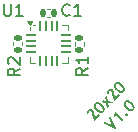
<source format=gbr>
%TF.GenerationSoftware,KiCad,Pcbnew,8.0.2*%
%TF.CreationDate,2024-07-18T23:51:49-05:00*%
%TF.ProjectId,MT6701,4d543637-3031-42e6-9b69-6361645f7063,rev?*%
%TF.SameCoordinates,Original*%
%TF.FileFunction,Legend,Top*%
%TF.FilePolarity,Positive*%
%FSLAX46Y46*%
G04 Gerber Fmt 4.6, Leading zero omitted, Abs format (unit mm)*
G04 Created by KiCad (PCBNEW 8.0.2) date 2024-07-18 23:51:49*
%MOMM*%
%LPD*%
G01*
G04 APERTURE LIST*
G04 Aperture macros list*
%AMRoundRect*
0 Rectangle with rounded corners*
0 $1 Rounding radius*
0 $2 $3 $4 $5 $6 $7 $8 $9 X,Y pos of 4 corners*
0 Add a 4 corners polygon primitive as box body*
4,1,4,$2,$3,$4,$5,$6,$7,$8,$9,$2,$3,0*
0 Add four circle primitives for the rounded corners*
1,1,$1+$1,$2,$3*
1,1,$1+$1,$4,$5*
1,1,$1+$1,$6,$7*
1,1,$1+$1,$8,$9*
0 Add four rect primitives between the rounded corners*
20,1,$1+$1,$2,$3,$4,$5,0*
20,1,$1+$1,$4,$5,$6,$7,0*
20,1,$1+$1,$6,$7,$8,$9,0*
20,1,$1+$1,$8,$9,$2,$3,0*%
G04 Aperture macros list end*
%ADD10C,0.050000*%
%ADD11C,0.150000*%
%ADD12C,0.120000*%
%ADD13O,7.000000X4.000000*%
%ADD14O,4.000000X7.000000*%
%ADD15RoundRect,0.062500X-0.350000X-0.062500X0.350000X-0.062500X0.350000X0.062500X-0.350000X0.062500X0*%
%ADD16RoundRect,0.062500X-0.062500X-0.350000X0.062500X-0.350000X0.062500X0.350000X-0.062500X0.350000X0*%
%ADD17R,1.700000X1.700000*%
%ADD18RoundRect,0.135000X-0.185000X0.135000X-0.185000X-0.135000X0.185000X-0.135000X0.185000X0.135000X0*%
%ADD19RoundRect,0.140000X0.140000X0.170000X-0.140000X0.170000X-0.140000X-0.170000X0.140000X-0.170000X0*%
G04 APERTURE END LIST*
D10*
G36*
X153842357Y-156556601D02*
G01*
X153805053Y-156519296D01*
X153701256Y-155964738D01*
X153690628Y-155915201D01*
X153675602Y-155862192D01*
X153658099Y-155816201D01*
X153634549Y-155771415D01*
X153603505Y-155731931D01*
X153562930Y-155703445D01*
X153509084Y-155698712D01*
X153463506Y-155719626D01*
X153427863Y-155749719D01*
X153397629Y-155789668D01*
X153380671Y-155835770D01*
X153376990Y-155888024D01*
X153384661Y-155938794D01*
X153386586Y-155946431D01*
X153234605Y-155964393D01*
X153223025Y-155915661D01*
X153220452Y-155864668D01*
X153226884Y-155811416D01*
X153229251Y-155800495D01*
X153244294Y-155752726D01*
X153266495Y-155708509D01*
X153295855Y-155667844D01*
X153315259Y-155646787D01*
X153356322Y-155609209D01*
X153397518Y-155578468D01*
X153445749Y-155551244D01*
X153494163Y-155533326D01*
X153535804Y-155525374D01*
X153589958Y-155525580D01*
X153641198Y-155538284D01*
X153689523Y-155563488D01*
X153729417Y-155595796D01*
X153734934Y-155601192D01*
X153768337Y-155642165D01*
X153793850Y-155686217D01*
X153816485Y-155738515D01*
X153833150Y-155788395D01*
X153847815Y-155844000D01*
X153855655Y-155880112D01*
X153928192Y-156244176D01*
X154195368Y-155977000D01*
X154308663Y-156090295D01*
X153842357Y-156556601D01*
G37*
G36*
X154183204Y-154937085D02*
G01*
X154240557Y-154949359D01*
X154299878Y-154972325D01*
X154361165Y-155005983D01*
X154403116Y-155034363D01*
X154445942Y-155067494D01*
X154489642Y-155105377D01*
X154534216Y-155148012D01*
X154574246Y-155190136D01*
X154610056Y-155232228D01*
X154641645Y-155274287D01*
X154669013Y-155316314D01*
X154697289Y-155368802D01*
X154718970Y-155421240D01*
X154734056Y-155473627D01*
X154736282Y-155484098D01*
X154742933Y-155535261D01*
X154742054Y-155584156D01*
X154731058Y-155639835D01*
X154709218Y-155692248D01*
X154682734Y-155733430D01*
X154648720Y-155772344D01*
X154607428Y-155809116D01*
X154564938Y-155838046D01*
X154512369Y-155862410D01*
X154458076Y-155875480D01*
X154402059Y-155877257D01*
X154363756Y-155872168D01*
X154314256Y-155858491D01*
X154262581Y-155836567D01*
X154219675Y-155813090D01*
X154175376Y-155784335D01*
X154129684Y-155750301D01*
X154082600Y-155710989D01*
X154046373Y-155678041D01*
X154009363Y-155642124D01*
X153974955Y-155605491D01*
X153937051Y-155558554D01*
X153904823Y-155510344D01*
X153878270Y-155460861D01*
X153857393Y-155410104D01*
X153842191Y-155358074D01*
X153835794Y-155326245D01*
X153830390Y-155274033D01*
X153831901Y-155232694D01*
X153982915Y-155232694D01*
X153989252Y-155287706D01*
X154007649Y-155336057D01*
X154037893Y-155388267D01*
X154068350Y-155429957D01*
X154105471Y-155473817D01*
X154149255Y-155519848D01*
X154192152Y-155561396D01*
X154232764Y-155597960D01*
X154271091Y-155629541D01*
X154314067Y-155660858D01*
X154360045Y-155688325D01*
X154384308Y-155699635D01*
X154434876Y-155713184D01*
X154485487Y-155709203D01*
X154530228Y-155685186D01*
X154542506Y-155674074D01*
X154573636Y-155633464D01*
X154589638Y-155584688D01*
X154586076Y-155532066D01*
X154581192Y-155515530D01*
X154558147Y-155466946D01*
X154530790Y-155425223D01*
X154494799Y-155378971D01*
X154458211Y-155336968D01*
X154424624Y-155301100D01*
X154396915Y-155272879D01*
X154353757Y-155231087D01*
X154313551Y-155194979D01*
X154269199Y-155159152D01*
X154222827Y-155127698D01*
X154176915Y-155105392D01*
X154171707Y-155103627D01*
X154122057Y-155095899D01*
X154071689Y-155107697D01*
X154029761Y-155136874D01*
X154025771Y-155140759D01*
X153995087Y-155183712D01*
X153982915Y-155232694D01*
X153831901Y-155232694D01*
X153832205Y-155224369D01*
X153843911Y-155168133D01*
X153866012Y-155115564D01*
X153898508Y-155066663D01*
X153925947Y-155036099D01*
X153973464Y-154994912D01*
X154022948Y-154964417D01*
X154074399Y-154944614D01*
X154127818Y-154935503D01*
X154183204Y-154937085D01*
G37*
G36*
X155326072Y-155072885D02*
G01*
X155023146Y-155037308D01*
X155072540Y-155326417D01*
X154928676Y-155470281D01*
X154862530Y-155004839D01*
X154425239Y-154934721D01*
X154564613Y-154795347D01*
X154832997Y-154844050D01*
X154796729Y-154563231D01*
X154935239Y-154424721D01*
X154989296Y-154878073D01*
X155473218Y-154925740D01*
X155326072Y-155072885D01*
G37*
G36*
X155547999Y-154850958D02*
G01*
X155510695Y-154813654D01*
X155406899Y-154259096D01*
X155396270Y-154209559D01*
X155381244Y-154156549D01*
X155363742Y-154110558D01*
X155340191Y-154065773D01*
X155309147Y-154026288D01*
X155268572Y-153997803D01*
X155214726Y-153993070D01*
X155169148Y-154013984D01*
X155133505Y-154044077D01*
X155103271Y-154084026D01*
X155086313Y-154130128D01*
X155082633Y-154182382D01*
X155090303Y-154233152D01*
X155092229Y-154240789D01*
X154940248Y-154258750D01*
X154928668Y-154210018D01*
X154926094Y-154159026D01*
X154932526Y-154105774D01*
X154934894Y-154094853D01*
X154949936Y-154047084D01*
X154972137Y-154002867D01*
X155001497Y-153962201D01*
X155020901Y-153941144D01*
X155061964Y-153903567D01*
X155103160Y-153872826D01*
X155151392Y-153845602D01*
X155199805Y-153827684D01*
X155241446Y-153819732D01*
X155295600Y-153819937D01*
X155346840Y-153832642D01*
X155395165Y-153857846D01*
X155435059Y-153890154D01*
X155440576Y-153895550D01*
X155473979Y-153936523D01*
X155499492Y-153980575D01*
X155522128Y-154032873D01*
X155538792Y-154082752D01*
X155553457Y-154138358D01*
X155561298Y-154174470D01*
X155633834Y-154538534D01*
X155901010Y-154271358D01*
X156014305Y-154384653D01*
X155547999Y-154850958D01*
G37*
G36*
X155888846Y-153231443D02*
G01*
X155946199Y-153243717D01*
X156005520Y-153266683D01*
X156066807Y-153300341D01*
X156108759Y-153328720D01*
X156151584Y-153361851D01*
X156195284Y-153399735D01*
X156239859Y-153442370D01*
X156279888Y-153484494D01*
X156315698Y-153526586D01*
X156347287Y-153568645D01*
X156374655Y-153610672D01*
X156402931Y-153663160D01*
X156424612Y-153715597D01*
X156439698Y-153767984D01*
X156441924Y-153778456D01*
X156448575Y-153829619D01*
X156447696Y-153878514D01*
X156436700Y-153934193D01*
X156414860Y-153986606D01*
X156388377Y-154027788D01*
X156354362Y-154066702D01*
X156313070Y-154103474D01*
X156270580Y-154132404D01*
X156218011Y-154156768D01*
X156163718Y-154169838D01*
X156107701Y-154171615D01*
X156069398Y-154166525D01*
X156019898Y-154152849D01*
X155968223Y-154130925D01*
X155925317Y-154107448D01*
X155881018Y-154078692D01*
X155835326Y-154044659D01*
X155788242Y-154005346D01*
X155752016Y-153972398D01*
X155715006Y-153936481D01*
X155680597Y-153899849D01*
X155642693Y-153852912D01*
X155610465Y-153804702D01*
X155583913Y-153755219D01*
X155563035Y-153704462D01*
X155547833Y-153652432D01*
X155541436Y-153620603D01*
X155536033Y-153568391D01*
X155537543Y-153527052D01*
X155688557Y-153527052D01*
X155694894Y-153582064D01*
X155713291Y-153630415D01*
X155743535Y-153682625D01*
X155773992Y-153724314D01*
X155811113Y-153768175D01*
X155854897Y-153814206D01*
X155897795Y-153855754D01*
X155938407Y-153892318D01*
X155976733Y-153923898D01*
X156019709Y-153955216D01*
X156065687Y-153982683D01*
X156089950Y-153993992D01*
X156140518Y-154007541D01*
X156191129Y-154003561D01*
X156235870Y-153979544D01*
X156248148Y-153968432D01*
X156279278Y-153927821D01*
X156295280Y-153879046D01*
X156291718Y-153826424D01*
X156286834Y-153809888D01*
X156263789Y-153761304D01*
X156236432Y-153719581D01*
X156200441Y-153673329D01*
X156163853Y-153631326D01*
X156130266Y-153595458D01*
X156102557Y-153567236D01*
X156059400Y-153525445D01*
X156019193Y-153489337D01*
X155974842Y-153453510D01*
X155928470Y-153422056D01*
X155882557Y-153399750D01*
X155877349Y-153397985D01*
X155827700Y-153390257D01*
X155777332Y-153402054D01*
X155735403Y-153431232D01*
X155731413Y-153435117D01*
X155700730Y-153478069D01*
X155688557Y-153527052D01*
X155537543Y-153527052D01*
X155537847Y-153518726D01*
X155549554Y-153462490D01*
X155571654Y-153409922D01*
X155604150Y-153361020D01*
X155631589Y-153330457D01*
X155679106Y-153289270D01*
X155728590Y-153258774D01*
X155780042Y-153238972D01*
X155833460Y-153229861D01*
X155888846Y-153231443D01*
G37*
G36*
X155667926Y-157129016D02*
G01*
X155598326Y-157198616D01*
X154613730Y-156746300D01*
X154752585Y-156607444D01*
X155395396Y-156920733D01*
X155091262Y-156268768D01*
X155227181Y-156132849D01*
X155667926Y-157129016D01*
G37*
G36*
X156209877Y-156564959D02*
G01*
X155703158Y-156058240D01*
X155644956Y-156289493D01*
X155523544Y-156168081D01*
X155540229Y-156116898D01*
X155554102Y-156066541D01*
X155565163Y-156017009D01*
X155573413Y-155968304D01*
X155579770Y-155908583D01*
X155581734Y-155850152D01*
X155579305Y-155793011D01*
X155578292Y-155781738D01*
X155628895Y-155731135D01*
X156336297Y-156438538D01*
X156209877Y-156564959D01*
G37*
G36*
X156532491Y-156112124D02*
G01*
X156504290Y-156069495D01*
X156496568Y-156025081D01*
X156506988Y-155975042D01*
X156533182Y-155937691D01*
X156575946Y-155909258D01*
X156620398Y-155901251D01*
X156670253Y-155911217D01*
X156707442Y-155937173D01*
X156735606Y-155979765D01*
X156743538Y-156024390D01*
X156733388Y-156074428D01*
X156707269Y-156111779D01*
X156664408Y-156140213D01*
X156619708Y-156148220D01*
X156569632Y-156138033D01*
X156532491Y-156112124D01*
G37*
G36*
X156713067Y-154783100D02*
G01*
X156770420Y-154795374D01*
X156829741Y-154818340D01*
X156891028Y-154851998D01*
X156932980Y-154880377D01*
X156975805Y-154913508D01*
X157019505Y-154951392D01*
X157064080Y-154994027D01*
X157104110Y-155036151D01*
X157139919Y-155078243D01*
X157171508Y-155120302D01*
X157198876Y-155162329D01*
X157227152Y-155214817D01*
X157248833Y-155267254D01*
X157263919Y-155319641D01*
X157266145Y-155330113D01*
X157272796Y-155381276D01*
X157271917Y-155430171D01*
X157260921Y-155485850D01*
X157239081Y-155538263D01*
X157212598Y-155579445D01*
X157178583Y-155618358D01*
X157137291Y-155655131D01*
X157094801Y-155684061D01*
X157042232Y-155708425D01*
X156987939Y-155721495D01*
X156931922Y-155723272D01*
X156893619Y-155718182D01*
X156844120Y-155704506D01*
X156792444Y-155682582D01*
X156749538Y-155659105D01*
X156705239Y-155630349D01*
X156659547Y-155596316D01*
X156612463Y-155557003D01*
X156576237Y-155524055D01*
X156539227Y-155488138D01*
X156504818Y-155451506D01*
X156466914Y-155404569D01*
X156434686Y-155356359D01*
X156408134Y-155306876D01*
X156387256Y-155256119D01*
X156372054Y-155204089D01*
X156365657Y-155172259D01*
X156360254Y-155120048D01*
X156361764Y-155078709D01*
X156512778Y-155078709D01*
X156519115Y-155133721D01*
X156537512Y-155182072D01*
X156567756Y-155234282D01*
X156598213Y-155275971D01*
X156635334Y-155319832D01*
X156679118Y-155365863D01*
X156722016Y-155407411D01*
X156762628Y-155443975D01*
X156800954Y-155475555D01*
X156843930Y-155506873D01*
X156889908Y-155534340D01*
X156914171Y-155545649D01*
X156964739Y-155559198D01*
X157015350Y-155555218D01*
X157060091Y-155531201D01*
X157072369Y-155520089D01*
X157103499Y-155479478D01*
X157119501Y-155430703D01*
X157115939Y-155378081D01*
X157111056Y-155361545D01*
X157088010Y-155312961D01*
X157060653Y-155271238D01*
X157024662Y-155224986D01*
X156988074Y-155182983D01*
X156954487Y-155147115D01*
X156926778Y-155118893D01*
X156883621Y-155077102D01*
X156843414Y-155040994D01*
X156799063Y-155005167D01*
X156752691Y-154973713D01*
X156706778Y-154951407D01*
X156701570Y-154949642D01*
X156651921Y-154941914D01*
X156601553Y-154953711D01*
X156559624Y-154982889D01*
X156555634Y-154986773D01*
X156524951Y-155029726D01*
X156512778Y-155078709D01*
X156361764Y-155078709D01*
X156362068Y-155070383D01*
X156373775Y-155014147D01*
X156395876Y-154961579D01*
X156428371Y-154912677D01*
X156455810Y-154882114D01*
X156503327Y-154840926D01*
X156552811Y-154810431D01*
X156604263Y-154790629D01*
X156657681Y-154781518D01*
X156713067Y-154783100D01*
G37*
D11*
X146238095Y-146654819D02*
X146238095Y-147464342D01*
X146238095Y-147464342D02*
X146285714Y-147559580D01*
X146285714Y-147559580D02*
X146333333Y-147607200D01*
X146333333Y-147607200D02*
X146428571Y-147654819D01*
X146428571Y-147654819D02*
X146619047Y-147654819D01*
X146619047Y-147654819D02*
X146714285Y-147607200D01*
X146714285Y-147607200D02*
X146761904Y-147559580D01*
X146761904Y-147559580D02*
X146809523Y-147464342D01*
X146809523Y-147464342D02*
X146809523Y-146654819D01*
X147809523Y-147654819D02*
X147238095Y-147654819D01*
X147523809Y-147654819D02*
X147523809Y-146654819D01*
X147523809Y-146654819D02*
X147428571Y-146797676D01*
X147428571Y-146797676D02*
X147333333Y-146892914D01*
X147333333Y-146892914D02*
X147238095Y-146940533D01*
X147554819Y-152116666D02*
X147078628Y-152449999D01*
X147554819Y-152688094D02*
X146554819Y-152688094D01*
X146554819Y-152688094D02*
X146554819Y-152307142D01*
X146554819Y-152307142D02*
X146602438Y-152211904D01*
X146602438Y-152211904D02*
X146650057Y-152164285D01*
X146650057Y-152164285D02*
X146745295Y-152116666D01*
X146745295Y-152116666D02*
X146888152Y-152116666D01*
X146888152Y-152116666D02*
X146983390Y-152164285D01*
X146983390Y-152164285D02*
X147031009Y-152211904D01*
X147031009Y-152211904D02*
X147078628Y-152307142D01*
X147078628Y-152307142D02*
X147078628Y-152688094D01*
X146650057Y-151735713D02*
X146602438Y-151688094D01*
X146602438Y-151688094D02*
X146554819Y-151592856D01*
X146554819Y-151592856D02*
X146554819Y-151354761D01*
X146554819Y-151354761D02*
X146602438Y-151259523D01*
X146602438Y-151259523D02*
X146650057Y-151211904D01*
X146650057Y-151211904D02*
X146745295Y-151164285D01*
X146745295Y-151164285D02*
X146840533Y-151164285D01*
X146840533Y-151164285D02*
X146983390Y-151211904D01*
X146983390Y-151211904D02*
X147554819Y-151783332D01*
X147554819Y-151783332D02*
X147554819Y-151164285D01*
X153304819Y-152066666D02*
X152828628Y-152399999D01*
X153304819Y-152638094D02*
X152304819Y-152638094D01*
X152304819Y-152638094D02*
X152304819Y-152257142D01*
X152304819Y-152257142D02*
X152352438Y-152161904D01*
X152352438Y-152161904D02*
X152400057Y-152114285D01*
X152400057Y-152114285D02*
X152495295Y-152066666D01*
X152495295Y-152066666D02*
X152638152Y-152066666D01*
X152638152Y-152066666D02*
X152733390Y-152114285D01*
X152733390Y-152114285D02*
X152781009Y-152161904D01*
X152781009Y-152161904D02*
X152828628Y-152257142D01*
X152828628Y-152257142D02*
X152828628Y-152638094D01*
X153304819Y-151114285D02*
X153304819Y-151685713D01*
X153304819Y-151399999D02*
X152304819Y-151399999D01*
X152304819Y-151399999D02*
X152447676Y-151495237D01*
X152447676Y-151495237D02*
X152542914Y-151590475D01*
X152542914Y-151590475D02*
X152590533Y-151685713D01*
X151783333Y-147559580D02*
X151735714Y-147607200D01*
X151735714Y-147607200D02*
X151592857Y-147654819D01*
X151592857Y-147654819D02*
X151497619Y-147654819D01*
X151497619Y-147654819D02*
X151354762Y-147607200D01*
X151354762Y-147607200D02*
X151259524Y-147511961D01*
X151259524Y-147511961D02*
X151211905Y-147416723D01*
X151211905Y-147416723D02*
X151164286Y-147226247D01*
X151164286Y-147226247D02*
X151164286Y-147083390D01*
X151164286Y-147083390D02*
X151211905Y-146892914D01*
X151211905Y-146892914D02*
X151259524Y-146797676D01*
X151259524Y-146797676D02*
X151354762Y-146702438D01*
X151354762Y-146702438D02*
X151497619Y-146654819D01*
X151497619Y-146654819D02*
X151592857Y-146654819D01*
X151592857Y-146654819D02*
X151735714Y-146702438D01*
X151735714Y-146702438D02*
X151783333Y-146750057D01*
X152735714Y-147654819D02*
X152164286Y-147654819D01*
X152450000Y-147654819D02*
X152450000Y-146654819D01*
X152450000Y-146654819D02*
X152354762Y-146797676D01*
X152354762Y-146797676D02*
X152259524Y-146892914D01*
X152259524Y-146892914D02*
X152164286Y-146940533D01*
D12*
%TO.C,U1*%
X148390000Y-148865000D02*
X148390000Y-148630000D01*
X148390000Y-151610000D02*
X148390000Y-151135000D01*
X148865000Y-148390000D02*
X148690000Y-148390000D01*
X148865000Y-151610000D02*
X148390000Y-151610000D01*
X151135000Y-148390000D02*
X151610000Y-148390000D01*
X151135000Y-151610000D02*
X151610000Y-151610000D01*
X151610000Y-148390000D02*
X151610000Y-148865000D01*
X151610000Y-151610000D02*
X151610000Y-151135000D01*
X148390000Y-148390000D02*
X148150000Y-148060000D01*
X148630000Y-148060000D01*
X148390000Y-148390000D01*
G36*
X148390000Y-148390000D02*
G01*
X148150000Y-148060000D01*
X148630000Y-148060000D01*
X148390000Y-148390000D01*
G37*
%TO.C,R2*%
X147020000Y-149846359D02*
X147020000Y-150153641D01*
X147780000Y-149846359D02*
X147780000Y-150153641D01*
%TO.C,R1*%
X152220000Y-149896359D02*
X152220000Y-150203641D01*
X152980000Y-149896359D02*
X152980000Y-150203641D01*
%TO.C,C1*%
X150107836Y-147040000D02*
X149892164Y-147040000D01*
X150107836Y-147760000D02*
X149892164Y-147760000D01*
%TD*%
%LPC*%
D13*
%TO.C,REF\u002A\u002A*%
X143000000Y-150050000D03*
D14*
X150000000Y-142550000D03*
X150000000Y-157550000D03*
D13*
X157000000Y-150050000D03*
%TD*%
D15*
%TO.C,U1*%
X148537500Y-149250000D03*
X148537500Y-149750000D03*
X148537500Y-150250000D03*
X148537500Y-150750000D03*
D16*
X149250000Y-151462500D03*
X149750000Y-151462500D03*
X150250000Y-151462500D03*
X150750000Y-151462500D03*
D15*
X151462500Y-150750000D03*
X151462500Y-150250000D03*
X151462500Y-149750000D03*
X151462500Y-149250000D03*
D16*
X150750000Y-148537500D03*
X150250000Y-148537500D03*
X149750000Y-148537500D03*
X149250000Y-148537500D03*
D17*
X150000000Y-150000000D03*
%TD*%
D18*
%TO.C,R2*%
X147400000Y-149490000D03*
X147400000Y-150510000D03*
%TD*%
%TO.C,R1*%
X152600000Y-149540000D03*
X152600000Y-150560000D03*
%TD*%
D19*
%TO.C,C1*%
X150480000Y-147400000D03*
X149520000Y-147400000D03*
%TD*%
%LPD*%
M02*

</source>
